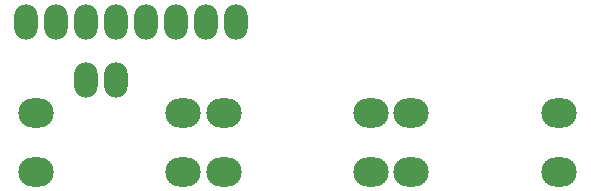
<source format=gbr>
%TF.GenerationSoftware,KiCad,Pcbnew,7.0.9*%
%TF.CreationDate,2024-01-11T16:53:53+09:00*%
%TF.ProjectId,IO_Board,494f5f42-6f61-4726-942e-6b696361645f,rev?*%
%TF.SameCoordinates,Original*%
%TF.FileFunction,Soldermask,Bot*%
%TF.FilePolarity,Negative*%
%FSLAX46Y46*%
G04 Gerber Fmt 4.6, Leading zero omitted, Abs format (unit mm)*
G04 Created by KiCad (PCBNEW 7.0.9) date 2024-01-11 16:53:53*
%MOMM*%
%LPD*%
G01*
G04 APERTURE LIST*
%ADD10O,3.000000X2.500000*%
%ADD11O,2.000000X3.000000*%
G04 APERTURE END LIST*
D10*
%TO.C,RUN*%
X158777000Y-91440000D03*
X146277000Y-91440000D03*
X158777000Y-86440000D03*
X146277000Y-86440000D03*
%TD*%
%TO.C,RIGHT*%
X174679000Y-91440000D03*
X162179000Y-91440000D03*
X174679000Y-86440000D03*
X162179000Y-86440000D03*
%TD*%
%TO.C,LEFT*%
X142875000Y-91440000D03*
X130375000Y-91440000D03*
X142875000Y-86440000D03*
X130375000Y-86440000D03*
%TD*%
D11*
%TO.C,SW4*%
X134640000Y-83693000D03*
X137140000Y-83693000D03*
%TD*%
%TO.C,J1*%
X129540000Y-78740000D03*
X132080000Y-78740000D03*
X134620000Y-78740000D03*
X137160000Y-78740000D03*
X139700000Y-78740000D03*
X142240000Y-78740000D03*
X144780000Y-78740000D03*
X147320000Y-78740000D03*
%TD*%
M02*

</source>
